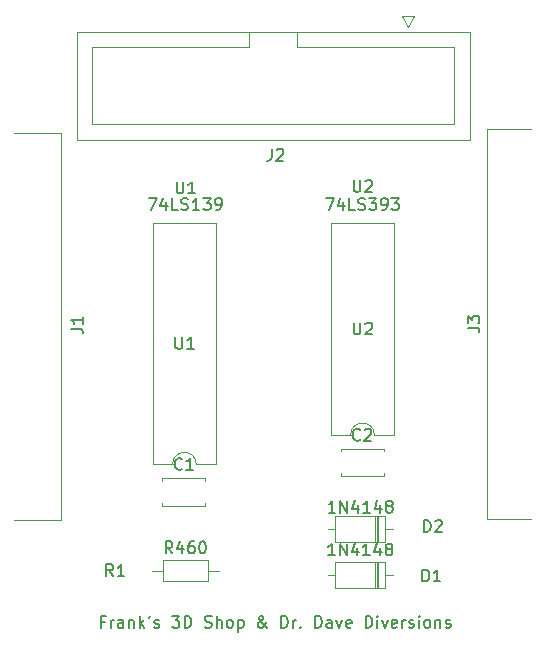
<source format=gbr>
%TF.GenerationSoftware,KiCad,Pcbnew,(5.1.9)-1*%
%TF.CreationDate,2021-05-02T21:25:19-04:00*%
%TF.ProjectId,A-Max,412d4d61-782e-46b6-9963-61645f706362,1.0*%
%TF.SameCoordinates,Original*%
%TF.FileFunction,Legend,Top*%
%TF.FilePolarity,Positive*%
%FSLAX46Y46*%
G04 Gerber Fmt 4.6, Leading zero omitted, Abs format (unit mm)*
G04 Created by KiCad (PCBNEW (5.1.9)-1) date 2021-05-02 21:25:19*
%MOMM*%
%LPD*%
G01*
G04 APERTURE LIST*
%ADD10C,0.150000*%
%ADD11C,0.120000*%
G04 APERTURE END LIST*
D10*
X124115379Y-129821531D02*
X123782045Y-129821531D01*
X123782045Y-130345340D02*
X123782045Y-129345340D01*
X124258236Y-129345340D01*
X124639188Y-130345340D02*
X124639188Y-129678674D01*
X124639188Y-129869150D02*
X124686807Y-129773912D01*
X124734426Y-129726293D01*
X124829664Y-129678674D01*
X124924902Y-129678674D01*
X125686807Y-130345340D02*
X125686807Y-129821531D01*
X125639188Y-129726293D01*
X125543950Y-129678674D01*
X125353474Y-129678674D01*
X125258236Y-129726293D01*
X125686807Y-130297721D02*
X125591569Y-130345340D01*
X125353474Y-130345340D01*
X125258236Y-130297721D01*
X125210617Y-130202483D01*
X125210617Y-130107245D01*
X125258236Y-130012007D01*
X125353474Y-129964388D01*
X125591569Y-129964388D01*
X125686807Y-129916769D01*
X126162998Y-129678674D02*
X126162998Y-130345340D01*
X126162998Y-129773912D02*
X126210617Y-129726293D01*
X126305855Y-129678674D01*
X126448712Y-129678674D01*
X126543950Y-129726293D01*
X126591569Y-129821531D01*
X126591569Y-130345340D01*
X127067760Y-130345340D02*
X127067760Y-129345340D01*
X127162998Y-129964388D02*
X127448712Y-130345340D01*
X127448712Y-129678674D02*
X127067760Y-130059626D01*
X127924902Y-129345340D02*
X127829664Y-129535817D01*
X128305855Y-130297721D02*
X128401093Y-130345340D01*
X128591569Y-130345340D01*
X128686807Y-130297721D01*
X128734426Y-130202483D01*
X128734426Y-130154864D01*
X128686807Y-130059626D01*
X128591569Y-130012007D01*
X128448712Y-130012007D01*
X128353474Y-129964388D01*
X128305855Y-129869150D01*
X128305855Y-129821531D01*
X128353474Y-129726293D01*
X128448712Y-129678674D01*
X128591569Y-129678674D01*
X128686807Y-129726293D01*
X129829664Y-129345340D02*
X130448712Y-129345340D01*
X130115379Y-129726293D01*
X130258236Y-129726293D01*
X130353474Y-129773912D01*
X130401093Y-129821531D01*
X130448712Y-129916769D01*
X130448712Y-130154864D01*
X130401093Y-130250102D01*
X130353474Y-130297721D01*
X130258236Y-130345340D01*
X129972521Y-130345340D01*
X129877283Y-130297721D01*
X129829664Y-130250102D01*
X130877283Y-130345340D02*
X130877283Y-129345340D01*
X131115379Y-129345340D01*
X131258236Y-129392960D01*
X131353474Y-129488198D01*
X131401093Y-129583436D01*
X131448712Y-129773912D01*
X131448712Y-129916769D01*
X131401093Y-130107245D01*
X131353474Y-130202483D01*
X131258236Y-130297721D01*
X131115379Y-130345340D01*
X130877283Y-130345340D01*
X132591569Y-130297721D02*
X132734426Y-130345340D01*
X132972521Y-130345340D01*
X133067760Y-130297721D01*
X133115379Y-130250102D01*
X133162998Y-130154864D01*
X133162998Y-130059626D01*
X133115379Y-129964388D01*
X133067760Y-129916769D01*
X132972521Y-129869150D01*
X132782045Y-129821531D01*
X132686807Y-129773912D01*
X132639188Y-129726293D01*
X132591569Y-129631055D01*
X132591569Y-129535817D01*
X132639188Y-129440579D01*
X132686807Y-129392960D01*
X132782045Y-129345340D01*
X133020140Y-129345340D01*
X133162998Y-129392960D01*
X133591569Y-130345340D02*
X133591569Y-129345340D01*
X134020140Y-130345340D02*
X134020140Y-129821531D01*
X133972521Y-129726293D01*
X133877283Y-129678674D01*
X133734426Y-129678674D01*
X133639188Y-129726293D01*
X133591569Y-129773912D01*
X134639188Y-130345340D02*
X134543950Y-130297721D01*
X134496331Y-130250102D01*
X134448712Y-130154864D01*
X134448712Y-129869150D01*
X134496331Y-129773912D01*
X134543950Y-129726293D01*
X134639188Y-129678674D01*
X134782045Y-129678674D01*
X134877283Y-129726293D01*
X134924902Y-129773912D01*
X134972521Y-129869150D01*
X134972521Y-130154864D01*
X134924902Y-130250102D01*
X134877283Y-130297721D01*
X134782045Y-130345340D01*
X134639188Y-130345340D01*
X135401093Y-129678674D02*
X135401093Y-130678674D01*
X135401093Y-129726293D02*
X135496331Y-129678674D01*
X135686807Y-129678674D01*
X135782045Y-129726293D01*
X135829664Y-129773912D01*
X135877283Y-129869150D01*
X135877283Y-130154864D01*
X135829664Y-130250102D01*
X135782045Y-130297721D01*
X135686807Y-130345340D01*
X135496331Y-130345340D01*
X135401093Y-130297721D01*
X137877283Y-130345340D02*
X137829664Y-130345340D01*
X137734426Y-130297721D01*
X137591569Y-130154864D01*
X137353474Y-129869150D01*
X137258236Y-129726293D01*
X137210617Y-129583436D01*
X137210617Y-129488198D01*
X137258236Y-129392960D01*
X137353474Y-129345340D01*
X137401093Y-129345340D01*
X137496331Y-129392960D01*
X137543950Y-129488198D01*
X137543950Y-129535817D01*
X137496331Y-129631055D01*
X137448712Y-129678674D01*
X137162998Y-129869150D01*
X137115379Y-129916769D01*
X137067760Y-130012007D01*
X137067760Y-130154864D01*
X137115379Y-130250102D01*
X137162998Y-130297721D01*
X137258236Y-130345340D01*
X137401093Y-130345340D01*
X137496331Y-130297721D01*
X137543950Y-130250102D01*
X137686807Y-130059626D01*
X137734426Y-129916769D01*
X137734426Y-129821531D01*
X139067760Y-130345340D02*
X139067760Y-129345340D01*
X139305855Y-129345340D01*
X139448712Y-129392960D01*
X139543950Y-129488198D01*
X139591569Y-129583436D01*
X139639188Y-129773912D01*
X139639188Y-129916769D01*
X139591569Y-130107245D01*
X139543950Y-130202483D01*
X139448712Y-130297721D01*
X139305855Y-130345340D01*
X139067760Y-130345340D01*
X140067760Y-130345340D02*
X140067760Y-129678674D01*
X140067760Y-129869150D02*
X140115379Y-129773912D01*
X140162998Y-129726293D01*
X140258236Y-129678674D01*
X140353474Y-129678674D01*
X140686807Y-130250102D02*
X140734426Y-130297721D01*
X140686807Y-130345340D01*
X140639188Y-130297721D01*
X140686807Y-130250102D01*
X140686807Y-130345340D01*
X141924902Y-130345340D02*
X141924902Y-129345340D01*
X142162998Y-129345340D01*
X142305855Y-129392960D01*
X142401093Y-129488198D01*
X142448712Y-129583436D01*
X142496331Y-129773912D01*
X142496331Y-129916769D01*
X142448712Y-130107245D01*
X142401093Y-130202483D01*
X142305855Y-130297721D01*
X142162998Y-130345340D01*
X141924902Y-130345340D01*
X143353474Y-130345340D02*
X143353474Y-129821531D01*
X143305855Y-129726293D01*
X143210617Y-129678674D01*
X143020140Y-129678674D01*
X142924902Y-129726293D01*
X143353474Y-130297721D02*
X143258236Y-130345340D01*
X143020140Y-130345340D01*
X142924902Y-130297721D01*
X142877283Y-130202483D01*
X142877283Y-130107245D01*
X142924902Y-130012007D01*
X143020140Y-129964388D01*
X143258236Y-129964388D01*
X143353474Y-129916769D01*
X143734426Y-129678674D02*
X143972521Y-130345340D01*
X144210617Y-129678674D01*
X144972521Y-130297721D02*
X144877283Y-130345340D01*
X144686807Y-130345340D01*
X144591569Y-130297721D01*
X144543950Y-130202483D01*
X144543950Y-129821531D01*
X144591569Y-129726293D01*
X144686807Y-129678674D01*
X144877283Y-129678674D01*
X144972521Y-129726293D01*
X145020140Y-129821531D01*
X145020140Y-129916769D01*
X144543950Y-130012007D01*
X146210617Y-130345340D02*
X146210617Y-129345340D01*
X146448712Y-129345340D01*
X146591569Y-129392960D01*
X146686807Y-129488198D01*
X146734426Y-129583436D01*
X146782045Y-129773912D01*
X146782045Y-129916769D01*
X146734426Y-130107245D01*
X146686807Y-130202483D01*
X146591569Y-130297721D01*
X146448712Y-130345340D01*
X146210617Y-130345340D01*
X147210617Y-130345340D02*
X147210617Y-129678674D01*
X147210617Y-129345340D02*
X147162998Y-129392960D01*
X147210617Y-129440579D01*
X147258236Y-129392960D01*
X147210617Y-129345340D01*
X147210617Y-129440579D01*
X147591569Y-129678674D02*
X147829664Y-130345340D01*
X148067760Y-129678674D01*
X148829664Y-130297721D02*
X148734426Y-130345340D01*
X148543950Y-130345340D01*
X148448712Y-130297721D01*
X148401093Y-130202483D01*
X148401093Y-129821531D01*
X148448712Y-129726293D01*
X148543950Y-129678674D01*
X148734426Y-129678674D01*
X148829664Y-129726293D01*
X148877283Y-129821531D01*
X148877283Y-129916769D01*
X148401093Y-130012007D01*
X149305855Y-130345340D02*
X149305855Y-129678674D01*
X149305855Y-129869150D02*
X149353474Y-129773912D01*
X149401093Y-129726293D01*
X149496331Y-129678674D01*
X149591569Y-129678674D01*
X149877283Y-130297721D02*
X149972521Y-130345340D01*
X150162998Y-130345340D01*
X150258236Y-130297721D01*
X150305855Y-130202483D01*
X150305855Y-130154864D01*
X150258236Y-130059626D01*
X150162998Y-130012007D01*
X150020140Y-130012007D01*
X149924902Y-129964388D01*
X149877283Y-129869150D01*
X149877283Y-129821531D01*
X149924902Y-129726293D01*
X150020140Y-129678674D01*
X150162998Y-129678674D01*
X150258236Y-129726293D01*
X150734426Y-130345340D02*
X150734426Y-129678674D01*
X150734426Y-129345340D02*
X150686807Y-129392960D01*
X150734426Y-129440579D01*
X150782045Y-129392960D01*
X150734426Y-129345340D01*
X150734426Y-129440579D01*
X151353474Y-130345340D02*
X151258236Y-130297721D01*
X151210617Y-130250102D01*
X151162998Y-130154864D01*
X151162998Y-129869150D01*
X151210617Y-129773912D01*
X151258236Y-129726293D01*
X151353474Y-129678674D01*
X151496331Y-129678674D01*
X151591569Y-129726293D01*
X151639188Y-129773912D01*
X151686807Y-129869150D01*
X151686807Y-130154864D01*
X151639188Y-130250102D01*
X151591569Y-130297721D01*
X151496331Y-130345340D01*
X151353474Y-130345340D01*
X152115379Y-129678674D02*
X152115379Y-130345340D01*
X152115379Y-129773912D02*
X152162998Y-129726293D01*
X152258236Y-129678674D01*
X152401093Y-129678674D01*
X152496331Y-129726293D01*
X152543950Y-129821531D01*
X152543950Y-130345340D01*
X152972521Y-130297721D02*
X153067760Y-130345340D01*
X153258236Y-130345340D01*
X153353474Y-130297721D01*
X153401093Y-130202483D01*
X153401093Y-130154864D01*
X153353474Y-130059626D01*
X153258236Y-130012007D01*
X153115379Y-130012007D01*
X153020140Y-129964388D01*
X152972521Y-129869150D01*
X152972521Y-129821531D01*
X153020140Y-129726293D01*
X153115379Y-129678674D01*
X153258236Y-129678674D01*
X153353474Y-129726293D01*
D11*
%TO.C,C2*%
X144088000Y-115173000D02*
X147728000Y-115173000D01*
X144088000Y-117513000D02*
X147728000Y-117513000D01*
X144088000Y-115173000D02*
X144088000Y-115418000D01*
X144088000Y-117268000D02*
X144088000Y-117513000D01*
X147728000Y-115173000D02*
X147728000Y-115418000D01*
X147728000Y-117268000D02*
X147728000Y-117513000D01*
%TO.C,C1*%
X129008000Y-117663000D02*
X132648000Y-117663000D01*
X129008000Y-120003000D02*
X132648000Y-120003000D01*
X129008000Y-117663000D02*
X129008000Y-117908000D01*
X129008000Y-119758000D02*
X129008000Y-120003000D01*
X132648000Y-117663000D02*
X132648000Y-117908000D01*
X132648000Y-119758000D02*
X132648000Y-120003000D01*
%TO.C,J1*%
X116412000Y-121233333D02*
X120444000Y-121233333D01*
X120444000Y-121233333D02*
X120444000Y-88420667D01*
X120444000Y-88420667D02*
X116412000Y-88420667D01*
%TO.C,J3*%
X156500000Y-121179333D02*
X160240000Y-121179333D01*
X156500000Y-88112667D02*
X156500000Y-121179333D01*
X160240000Y-88112667D02*
X156500000Y-88112667D01*
%TO.C,D1*%
X147878000Y-127013000D02*
X147878000Y-124773000D01*
X147878000Y-124773000D02*
X143638000Y-124773000D01*
X143638000Y-124773000D02*
X143638000Y-127013000D01*
X143638000Y-127013000D02*
X147878000Y-127013000D01*
X148528000Y-125893000D02*
X147878000Y-125893000D01*
X142988000Y-125893000D02*
X143638000Y-125893000D01*
X147158000Y-127013000D02*
X147158000Y-124773000D01*
X147038000Y-127013000D02*
X147038000Y-124773000D01*
X147278000Y-127013000D02*
X147278000Y-124773000D01*
%TO.C,R460*%
X129041000Y-124591000D02*
X129041000Y-126431000D01*
X129041000Y-126431000D02*
X132881000Y-126431000D01*
X132881000Y-126431000D02*
X132881000Y-124591000D01*
X132881000Y-124591000D02*
X129041000Y-124591000D01*
X128091000Y-125511000D02*
X129041000Y-125511000D01*
X133831000Y-125511000D02*
X132881000Y-125511000D01*
%TO.C,D2*%
X147878000Y-123113000D02*
X147878000Y-120873000D01*
X147878000Y-120873000D02*
X143638000Y-120873000D01*
X143638000Y-120873000D02*
X143638000Y-123113000D01*
X143638000Y-123113000D02*
X147878000Y-123113000D01*
X148528000Y-121993000D02*
X147878000Y-121993000D01*
X142988000Y-121993000D02*
X143638000Y-121993000D01*
X147158000Y-123113000D02*
X147158000Y-120873000D01*
X147038000Y-123113000D02*
X147038000Y-120873000D01*
X147278000Y-123113000D02*
X147278000Y-120873000D01*
%TO.C,J2*%
X155010000Y-79903000D02*
X155010000Y-89023000D01*
X155010000Y-89023000D02*
X121730000Y-89023000D01*
X121730000Y-89023000D02*
X121730000Y-79903000D01*
X121730000Y-79903000D02*
X155010000Y-79903000D01*
X140420000Y-79903000D02*
X140420000Y-81213000D01*
X140420000Y-81213000D02*
X153710000Y-81213000D01*
X153710000Y-81213000D02*
X153710000Y-87713000D01*
X153710000Y-87713000D02*
X123030000Y-87713000D01*
X123030000Y-87713000D02*
X123030000Y-81213000D01*
X123030000Y-81213000D02*
X136320000Y-81213000D01*
X136320000Y-81213000D02*
X136320000Y-81213000D01*
X136320000Y-81213000D02*
X136320000Y-79903000D01*
X149800000Y-79513000D02*
X150300000Y-78513000D01*
X150300000Y-78513000D02*
X149300000Y-78513000D01*
X149300000Y-78513000D02*
X149800000Y-79513000D01*
%TO.C,U2*%
X143297000Y-114014000D02*
X144947000Y-114014000D01*
X143297000Y-96114000D02*
X143297000Y-114014000D01*
X148597000Y-96114000D02*
X143297000Y-96114000D01*
X148597000Y-114014000D02*
X148597000Y-96114000D01*
X146947000Y-114014000D02*
X148597000Y-114014000D01*
X144947000Y-114014000D02*
G75*
G02*
X146947000Y-114014000I1000000J0D01*
G01*
%TO.C,U1*%
X128214000Y-116498000D02*
X129864000Y-116498000D01*
X128214000Y-96058000D02*
X128214000Y-116498000D01*
X133514000Y-96058000D02*
X128214000Y-96058000D01*
X133514000Y-116498000D02*
X133514000Y-96058000D01*
X131864000Y-116498000D02*
X133514000Y-116498000D01*
X129864000Y-116498000D02*
G75*
G02*
X131864000Y-116498000I1000000J0D01*
G01*
%TO.C,C2*%
D10*
X145741333Y-114400142D02*
X145693714Y-114447761D01*
X145550857Y-114495380D01*
X145455619Y-114495380D01*
X145312761Y-114447761D01*
X145217523Y-114352523D01*
X145169904Y-114257285D01*
X145122285Y-114066809D01*
X145122285Y-113923952D01*
X145169904Y-113733476D01*
X145217523Y-113638238D01*
X145312761Y-113543000D01*
X145455619Y-113495380D01*
X145550857Y-113495380D01*
X145693714Y-113543000D01*
X145741333Y-113590619D01*
X146122285Y-113590619D02*
X146169904Y-113543000D01*
X146265142Y-113495380D01*
X146503238Y-113495380D01*
X146598476Y-113543000D01*
X146646095Y-113590619D01*
X146693714Y-113685857D01*
X146693714Y-113781095D01*
X146646095Y-113923952D01*
X146074666Y-114495380D01*
X146693714Y-114495380D01*
%TO.C,C1*%
X130661333Y-116890142D02*
X130613714Y-116937761D01*
X130470857Y-116985380D01*
X130375619Y-116985380D01*
X130232761Y-116937761D01*
X130137523Y-116842523D01*
X130089904Y-116747285D01*
X130042285Y-116556809D01*
X130042285Y-116413952D01*
X130089904Y-116223476D01*
X130137523Y-116128238D01*
X130232761Y-116033000D01*
X130375619Y-115985380D01*
X130470857Y-115985380D01*
X130613714Y-116033000D01*
X130661333Y-116080619D01*
X131613714Y-116985380D02*
X131042285Y-116985380D01*
X131328000Y-116985380D02*
X131328000Y-115985380D01*
X131232761Y-116128238D01*
X131137523Y-116223476D01*
X131042285Y-116271095D01*
%TO.C,J1*%
X121269480Y-105028233D02*
X121983766Y-105028233D01*
X122126623Y-105075852D01*
X122221861Y-105171090D01*
X122269480Y-105313947D01*
X122269480Y-105409185D01*
X122269480Y-104028233D02*
X122269480Y-104599661D01*
X122269480Y-104313947D02*
X121269480Y-104313947D01*
X121412338Y-104409185D01*
X121507576Y-104504423D01*
X121555195Y-104599661D01*
%TO.C,J3*%
X154843380Y-104943733D02*
X155557666Y-104943733D01*
X155700523Y-104991352D01*
X155795761Y-105086590D01*
X155843380Y-105229447D01*
X155843380Y-105324685D01*
X154843380Y-104562780D02*
X154843380Y-103943733D01*
X155224333Y-104277066D01*
X155224333Y-104134209D01*
X155271952Y-104038971D01*
X155319571Y-103991352D01*
X155414809Y-103943733D01*
X155652904Y-103943733D01*
X155748142Y-103991352D01*
X155795761Y-104038971D01*
X155843380Y-104134209D01*
X155843380Y-104419923D01*
X155795761Y-104515161D01*
X155748142Y-104562780D01*
%TO.C,D1*%
X151014304Y-126431380D02*
X151014304Y-125431380D01*
X151252400Y-125431380D01*
X151395257Y-125479000D01*
X151490495Y-125574238D01*
X151538114Y-125669476D01*
X151585733Y-125859952D01*
X151585733Y-126002809D01*
X151538114Y-126193285D01*
X151490495Y-126288523D01*
X151395257Y-126383761D01*
X151252400Y-126431380D01*
X151014304Y-126431380D01*
X152538114Y-126431380D02*
X151966685Y-126431380D01*
X152252400Y-126431380D02*
X152252400Y-125431380D01*
X152157161Y-125574238D01*
X152061923Y-125669476D01*
X151966685Y-125717095D01*
X143615142Y-124225380D02*
X143043714Y-124225380D01*
X143329428Y-124225380D02*
X143329428Y-123225380D01*
X143234190Y-123368238D01*
X143138952Y-123463476D01*
X143043714Y-123511095D01*
X144043714Y-124225380D02*
X144043714Y-123225380D01*
X144615142Y-124225380D01*
X144615142Y-123225380D01*
X145519904Y-123558714D02*
X145519904Y-124225380D01*
X145281809Y-123177761D02*
X145043714Y-123892047D01*
X145662761Y-123892047D01*
X146567523Y-124225380D02*
X145996095Y-124225380D01*
X146281809Y-124225380D02*
X146281809Y-123225380D01*
X146186571Y-123368238D01*
X146091333Y-123463476D01*
X145996095Y-123511095D01*
X147424666Y-123558714D02*
X147424666Y-124225380D01*
X147186571Y-123177761D02*
X146948476Y-123892047D01*
X147567523Y-123892047D01*
X148091333Y-123653952D02*
X147996095Y-123606333D01*
X147948476Y-123558714D01*
X147900857Y-123463476D01*
X147900857Y-123415857D01*
X147948476Y-123320619D01*
X147996095Y-123273000D01*
X148091333Y-123225380D01*
X148281809Y-123225380D01*
X148377047Y-123273000D01*
X148424666Y-123320619D01*
X148472285Y-123415857D01*
X148472285Y-123463476D01*
X148424666Y-123558714D01*
X148377047Y-123606333D01*
X148281809Y-123653952D01*
X148091333Y-123653952D01*
X147996095Y-123701571D01*
X147948476Y-123749190D01*
X147900857Y-123844428D01*
X147900857Y-124034904D01*
X147948476Y-124130142D01*
X147996095Y-124177761D01*
X148091333Y-124225380D01*
X148281809Y-124225380D01*
X148377047Y-124177761D01*
X148424666Y-124130142D01*
X148472285Y-124034904D01*
X148472285Y-123844428D01*
X148424666Y-123749190D01*
X148377047Y-123701571D01*
X148281809Y-123653952D01*
%TO.C,R460*%
X129841952Y-124043380D02*
X129508619Y-123567190D01*
X129270523Y-124043380D02*
X129270523Y-123043380D01*
X129651476Y-123043380D01*
X129746714Y-123091000D01*
X129794333Y-123138619D01*
X129841952Y-123233857D01*
X129841952Y-123376714D01*
X129794333Y-123471952D01*
X129746714Y-123519571D01*
X129651476Y-123567190D01*
X129270523Y-123567190D01*
X130699095Y-123376714D02*
X130699095Y-124043380D01*
X130461000Y-122995761D02*
X130222904Y-123710047D01*
X130841952Y-123710047D01*
X131651476Y-123043380D02*
X131461000Y-123043380D01*
X131365761Y-123091000D01*
X131318142Y-123138619D01*
X131222904Y-123281476D01*
X131175285Y-123471952D01*
X131175285Y-123852904D01*
X131222904Y-123948142D01*
X131270523Y-123995761D01*
X131365761Y-124043380D01*
X131556238Y-124043380D01*
X131651476Y-123995761D01*
X131699095Y-123948142D01*
X131746714Y-123852904D01*
X131746714Y-123614809D01*
X131699095Y-123519571D01*
X131651476Y-123471952D01*
X131556238Y-123424333D01*
X131365761Y-123424333D01*
X131270523Y-123471952D01*
X131222904Y-123519571D01*
X131175285Y-123614809D01*
X132365761Y-123043380D02*
X132461000Y-123043380D01*
X132556238Y-123091000D01*
X132603857Y-123138619D01*
X132651476Y-123233857D01*
X132699095Y-123424333D01*
X132699095Y-123662428D01*
X132651476Y-123852904D01*
X132603857Y-123948142D01*
X132556238Y-123995761D01*
X132461000Y-124043380D01*
X132365761Y-124043380D01*
X132270523Y-123995761D01*
X132222904Y-123948142D01*
X132175285Y-123852904D01*
X132127666Y-123662428D01*
X132127666Y-123424333D01*
X132175285Y-123233857D01*
X132222904Y-123138619D01*
X132270523Y-123091000D01*
X132365761Y-123043380D01*
X124825333Y-125963380D02*
X124492000Y-125487190D01*
X124253904Y-125963380D02*
X124253904Y-124963380D01*
X124634857Y-124963380D01*
X124730095Y-125011000D01*
X124777714Y-125058619D01*
X124825333Y-125153857D01*
X124825333Y-125296714D01*
X124777714Y-125391952D01*
X124730095Y-125439571D01*
X124634857Y-125487190D01*
X124253904Y-125487190D01*
X125777714Y-125963380D02*
X125206285Y-125963380D01*
X125492000Y-125963380D02*
X125492000Y-124963380D01*
X125396761Y-125106238D01*
X125301523Y-125201476D01*
X125206285Y-125249095D01*
%TO.C,D2*%
X151141304Y-122242380D02*
X151141304Y-121242380D01*
X151379400Y-121242380D01*
X151522257Y-121290000D01*
X151617495Y-121385238D01*
X151665114Y-121480476D01*
X151712733Y-121670952D01*
X151712733Y-121813809D01*
X151665114Y-122004285D01*
X151617495Y-122099523D01*
X151522257Y-122194761D01*
X151379400Y-122242380D01*
X151141304Y-122242380D01*
X152093685Y-121337619D02*
X152141304Y-121290000D01*
X152236542Y-121242380D01*
X152474638Y-121242380D01*
X152569876Y-121290000D01*
X152617495Y-121337619D01*
X152665114Y-121432857D01*
X152665114Y-121528095D01*
X152617495Y-121670952D01*
X152046066Y-122242380D01*
X152665114Y-122242380D01*
X143640542Y-120591380D02*
X143069114Y-120591380D01*
X143354828Y-120591380D02*
X143354828Y-119591380D01*
X143259590Y-119734238D01*
X143164352Y-119829476D01*
X143069114Y-119877095D01*
X144069114Y-120591380D02*
X144069114Y-119591380D01*
X144640542Y-120591380D01*
X144640542Y-119591380D01*
X145545304Y-119924714D02*
X145545304Y-120591380D01*
X145307209Y-119543761D02*
X145069114Y-120258047D01*
X145688161Y-120258047D01*
X146592923Y-120591380D02*
X146021495Y-120591380D01*
X146307209Y-120591380D02*
X146307209Y-119591380D01*
X146211971Y-119734238D01*
X146116733Y-119829476D01*
X146021495Y-119877095D01*
X147450066Y-119924714D02*
X147450066Y-120591380D01*
X147211971Y-119543761D02*
X146973876Y-120258047D01*
X147592923Y-120258047D01*
X148116733Y-120019952D02*
X148021495Y-119972333D01*
X147973876Y-119924714D01*
X147926257Y-119829476D01*
X147926257Y-119781857D01*
X147973876Y-119686619D01*
X148021495Y-119639000D01*
X148116733Y-119591380D01*
X148307209Y-119591380D01*
X148402447Y-119639000D01*
X148450066Y-119686619D01*
X148497685Y-119781857D01*
X148497685Y-119829476D01*
X148450066Y-119924714D01*
X148402447Y-119972333D01*
X148307209Y-120019952D01*
X148116733Y-120019952D01*
X148021495Y-120067571D01*
X147973876Y-120115190D01*
X147926257Y-120210428D01*
X147926257Y-120400904D01*
X147973876Y-120496142D01*
X148021495Y-120543761D01*
X148116733Y-120591380D01*
X148307209Y-120591380D01*
X148402447Y-120543761D01*
X148450066Y-120496142D01*
X148497685Y-120400904D01*
X148497685Y-120210428D01*
X148450066Y-120115190D01*
X148402447Y-120067571D01*
X148307209Y-120019952D01*
%TO.C,J2*%
X138250066Y-89787880D02*
X138250066Y-90502166D01*
X138202447Y-90645023D01*
X138107209Y-90740261D01*
X137964352Y-90787880D01*
X137869114Y-90787880D01*
X138678638Y-89883119D02*
X138726257Y-89835500D01*
X138821495Y-89787880D01*
X139059590Y-89787880D01*
X139154828Y-89835500D01*
X139202447Y-89883119D01*
X139250066Y-89978357D01*
X139250066Y-90073595D01*
X139202447Y-90216452D01*
X138631019Y-90787880D01*
X139250066Y-90787880D01*
%TO.C,U2*%
X145185095Y-92451380D02*
X145185095Y-93260904D01*
X145232714Y-93356142D01*
X145280333Y-93403761D01*
X145375571Y-93451380D01*
X145566047Y-93451380D01*
X145661285Y-93403761D01*
X145708904Y-93356142D01*
X145756523Y-93260904D01*
X145756523Y-92451380D01*
X146185095Y-92546619D02*
X146232714Y-92499000D01*
X146327952Y-92451380D01*
X146566047Y-92451380D01*
X146661285Y-92499000D01*
X146708904Y-92546619D01*
X146756523Y-92641857D01*
X146756523Y-92737095D01*
X146708904Y-92879952D01*
X146137476Y-93451380D01*
X146756523Y-93451380D01*
X142827952Y-93975380D02*
X143494619Y-93975380D01*
X143066047Y-94975380D01*
X144304142Y-94308714D02*
X144304142Y-94975380D01*
X144066047Y-93927761D02*
X143827952Y-94642047D01*
X144447000Y-94642047D01*
X145304142Y-94975380D02*
X144827952Y-94975380D01*
X144827952Y-93975380D01*
X145589857Y-94927761D02*
X145732714Y-94975380D01*
X145970809Y-94975380D01*
X146066047Y-94927761D01*
X146113666Y-94880142D01*
X146161285Y-94784904D01*
X146161285Y-94689666D01*
X146113666Y-94594428D01*
X146066047Y-94546809D01*
X145970809Y-94499190D01*
X145780333Y-94451571D01*
X145685095Y-94403952D01*
X145637476Y-94356333D01*
X145589857Y-94261095D01*
X145589857Y-94165857D01*
X145637476Y-94070619D01*
X145685095Y-94023000D01*
X145780333Y-93975380D01*
X146018428Y-93975380D01*
X146161285Y-94023000D01*
X146494619Y-93975380D02*
X147113666Y-93975380D01*
X146780333Y-94356333D01*
X146923190Y-94356333D01*
X147018428Y-94403952D01*
X147066047Y-94451571D01*
X147113666Y-94546809D01*
X147113666Y-94784904D01*
X147066047Y-94880142D01*
X147018428Y-94927761D01*
X146923190Y-94975380D01*
X146637476Y-94975380D01*
X146542238Y-94927761D01*
X146494619Y-94880142D01*
X147589857Y-94975380D02*
X147780333Y-94975380D01*
X147875571Y-94927761D01*
X147923190Y-94880142D01*
X148018428Y-94737285D01*
X148066047Y-94546809D01*
X148066047Y-94165857D01*
X148018428Y-94070619D01*
X147970809Y-94023000D01*
X147875571Y-93975380D01*
X147685095Y-93975380D01*
X147589857Y-94023000D01*
X147542238Y-94070619D01*
X147494619Y-94165857D01*
X147494619Y-94403952D01*
X147542238Y-94499190D01*
X147589857Y-94546809D01*
X147685095Y-94594428D01*
X147875571Y-94594428D01*
X147970809Y-94546809D01*
X148018428Y-94499190D01*
X148066047Y-94403952D01*
X148399380Y-93975380D02*
X149018428Y-93975380D01*
X148685095Y-94356333D01*
X148827952Y-94356333D01*
X148923190Y-94403952D01*
X148970809Y-94451571D01*
X149018428Y-94546809D01*
X149018428Y-94784904D01*
X148970809Y-94880142D01*
X148923190Y-94927761D01*
X148827952Y-94975380D01*
X148542238Y-94975380D01*
X148447000Y-94927761D01*
X148399380Y-94880142D01*
X145185095Y-104516380D02*
X145185095Y-105325904D01*
X145232714Y-105421142D01*
X145280333Y-105468761D01*
X145375571Y-105516380D01*
X145566047Y-105516380D01*
X145661285Y-105468761D01*
X145708904Y-105421142D01*
X145756523Y-105325904D01*
X145756523Y-104516380D01*
X146185095Y-104611619D02*
X146232714Y-104564000D01*
X146327952Y-104516380D01*
X146566047Y-104516380D01*
X146661285Y-104564000D01*
X146708904Y-104611619D01*
X146756523Y-104706857D01*
X146756523Y-104802095D01*
X146708904Y-104944952D01*
X146137476Y-105516380D01*
X146756523Y-105516380D01*
%TO.C,U1*%
X130198595Y-92578380D02*
X130198595Y-93387904D01*
X130246214Y-93483142D01*
X130293833Y-93530761D01*
X130389071Y-93578380D01*
X130579547Y-93578380D01*
X130674785Y-93530761D01*
X130722404Y-93483142D01*
X130770023Y-93387904D01*
X130770023Y-92578380D01*
X131770023Y-93578380D02*
X131198595Y-93578380D01*
X131484309Y-93578380D02*
X131484309Y-92578380D01*
X131389071Y-92721238D01*
X131293833Y-92816476D01*
X131198595Y-92864095D01*
X127841452Y-93975380D02*
X128508119Y-93975380D01*
X128079547Y-94975380D01*
X129317642Y-94308714D02*
X129317642Y-94975380D01*
X129079547Y-93927761D02*
X128841452Y-94642047D01*
X129460500Y-94642047D01*
X130317642Y-94975380D02*
X129841452Y-94975380D01*
X129841452Y-93975380D01*
X130603357Y-94927761D02*
X130746214Y-94975380D01*
X130984309Y-94975380D01*
X131079547Y-94927761D01*
X131127166Y-94880142D01*
X131174785Y-94784904D01*
X131174785Y-94689666D01*
X131127166Y-94594428D01*
X131079547Y-94546809D01*
X130984309Y-94499190D01*
X130793833Y-94451571D01*
X130698595Y-94403952D01*
X130650976Y-94356333D01*
X130603357Y-94261095D01*
X130603357Y-94165857D01*
X130650976Y-94070619D01*
X130698595Y-94023000D01*
X130793833Y-93975380D01*
X131031928Y-93975380D01*
X131174785Y-94023000D01*
X132127166Y-94975380D02*
X131555738Y-94975380D01*
X131841452Y-94975380D02*
X131841452Y-93975380D01*
X131746214Y-94118238D01*
X131650976Y-94213476D01*
X131555738Y-94261095D01*
X132460500Y-93975380D02*
X133079547Y-93975380D01*
X132746214Y-94356333D01*
X132889071Y-94356333D01*
X132984309Y-94403952D01*
X133031928Y-94451571D01*
X133079547Y-94546809D01*
X133079547Y-94784904D01*
X133031928Y-94880142D01*
X132984309Y-94927761D01*
X132889071Y-94975380D01*
X132603357Y-94975380D01*
X132508119Y-94927761D01*
X132460500Y-94880142D01*
X133555738Y-94975380D02*
X133746214Y-94975380D01*
X133841452Y-94927761D01*
X133889071Y-94880142D01*
X133984309Y-94737285D01*
X134031928Y-94546809D01*
X134031928Y-94165857D01*
X133984309Y-94070619D01*
X133936690Y-94023000D01*
X133841452Y-93975380D01*
X133650976Y-93975380D01*
X133555738Y-94023000D01*
X133508119Y-94070619D01*
X133460500Y-94165857D01*
X133460500Y-94403952D01*
X133508119Y-94499190D01*
X133555738Y-94546809D01*
X133650976Y-94594428D01*
X133841452Y-94594428D01*
X133936690Y-94546809D01*
X133984309Y-94499190D01*
X134031928Y-94403952D01*
X130102095Y-105730380D02*
X130102095Y-106539904D01*
X130149714Y-106635142D01*
X130197333Y-106682761D01*
X130292571Y-106730380D01*
X130483047Y-106730380D01*
X130578285Y-106682761D01*
X130625904Y-106635142D01*
X130673523Y-106539904D01*
X130673523Y-105730380D01*
X131673523Y-106730380D02*
X131102095Y-106730380D01*
X131387809Y-106730380D02*
X131387809Y-105730380D01*
X131292571Y-105873238D01*
X131197333Y-105968476D01*
X131102095Y-106016095D01*
%TD*%
M02*

</source>
